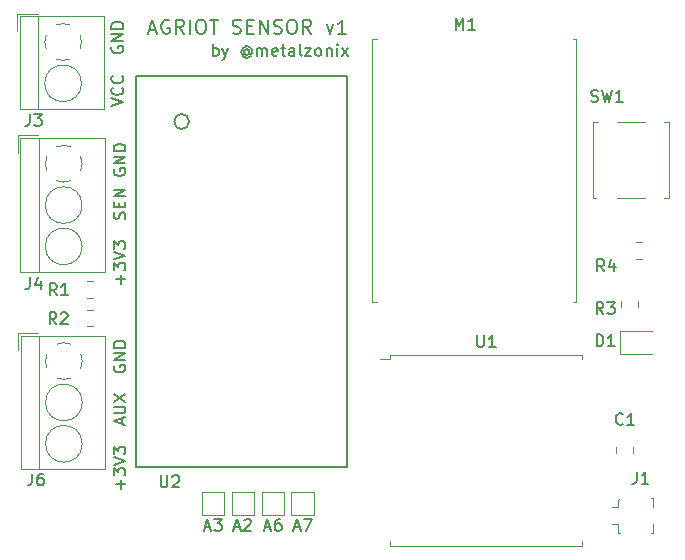
<source format=gto>
G04 #@! TF.GenerationSoftware,KiCad,Pcbnew,5.1.4-e60b266~84~ubuntu18.04.1*
G04 #@! TF.CreationDate,2019-11-10T18:42:59+01:00*
G04 #@! TF.ProjectId,LoRaModule,4c6f5261-4d6f-4647-956c-652e6b696361,rev?*
G04 #@! TF.SameCoordinates,Original*
G04 #@! TF.FileFunction,Legend,Top*
G04 #@! TF.FilePolarity,Positive*
%FSLAX46Y46*%
G04 Gerber Fmt 4.6, Leading zero omitted, Abs format (unit mm)*
G04 Created by KiCad (PCBNEW 5.1.4-e60b266~84~ubuntu18.04.1) date 2019-11-10 18:42:59*
%MOMM*%
%LPD*%
G04 APERTURE LIST*
%ADD10C,0.150000*%
%ADD11C,0.120000*%
%ADD12C,0.203200*%
G04 APERTURE END LIST*
D10*
X102600833Y-33472380D02*
X102600833Y-32472380D01*
X102600833Y-32853333D02*
X102696071Y-32805714D01*
X102886547Y-32805714D01*
X102981785Y-32853333D01*
X103029404Y-32900952D01*
X103077023Y-32996190D01*
X103077023Y-33281904D01*
X103029404Y-33377142D01*
X102981785Y-33424761D01*
X102886547Y-33472380D01*
X102696071Y-33472380D01*
X102600833Y-33424761D01*
X103410357Y-32805714D02*
X103648452Y-33472380D01*
X103886547Y-32805714D02*
X103648452Y-33472380D01*
X103553214Y-33710476D01*
X103505595Y-33758095D01*
X103410357Y-33805714D01*
X105648452Y-32996190D02*
X105600833Y-32948571D01*
X105505595Y-32900952D01*
X105410357Y-32900952D01*
X105315119Y-32948571D01*
X105267500Y-32996190D01*
X105219880Y-33091428D01*
X105219880Y-33186666D01*
X105267500Y-33281904D01*
X105315119Y-33329523D01*
X105410357Y-33377142D01*
X105505595Y-33377142D01*
X105600833Y-33329523D01*
X105648452Y-33281904D01*
X105648452Y-32900952D02*
X105648452Y-33281904D01*
X105696071Y-33329523D01*
X105743690Y-33329523D01*
X105838928Y-33281904D01*
X105886547Y-33186666D01*
X105886547Y-32948571D01*
X105791309Y-32805714D01*
X105648452Y-32710476D01*
X105457976Y-32662857D01*
X105267500Y-32710476D01*
X105124642Y-32805714D01*
X105029404Y-32948571D01*
X104981785Y-33139047D01*
X105029404Y-33329523D01*
X105124642Y-33472380D01*
X105267500Y-33567619D01*
X105457976Y-33615238D01*
X105648452Y-33567619D01*
X105791309Y-33472380D01*
X106315119Y-33472380D02*
X106315119Y-32805714D01*
X106315119Y-32900952D02*
X106362738Y-32853333D01*
X106457976Y-32805714D01*
X106600833Y-32805714D01*
X106696071Y-32853333D01*
X106743690Y-32948571D01*
X106743690Y-33472380D01*
X106743690Y-32948571D02*
X106791309Y-32853333D01*
X106886547Y-32805714D01*
X107029404Y-32805714D01*
X107124642Y-32853333D01*
X107172261Y-32948571D01*
X107172261Y-33472380D01*
X108029404Y-33424761D02*
X107934166Y-33472380D01*
X107743690Y-33472380D01*
X107648452Y-33424761D01*
X107600833Y-33329523D01*
X107600833Y-32948571D01*
X107648452Y-32853333D01*
X107743690Y-32805714D01*
X107934166Y-32805714D01*
X108029404Y-32853333D01*
X108077023Y-32948571D01*
X108077023Y-33043809D01*
X107600833Y-33139047D01*
X108362738Y-32805714D02*
X108743690Y-32805714D01*
X108505595Y-32472380D02*
X108505595Y-33329523D01*
X108553214Y-33424761D01*
X108648452Y-33472380D01*
X108743690Y-33472380D01*
X109505595Y-33472380D02*
X109505595Y-32948571D01*
X109457976Y-32853333D01*
X109362738Y-32805714D01*
X109172261Y-32805714D01*
X109077023Y-32853333D01*
X109505595Y-33424761D02*
X109410357Y-33472380D01*
X109172261Y-33472380D01*
X109077023Y-33424761D01*
X109029404Y-33329523D01*
X109029404Y-33234285D01*
X109077023Y-33139047D01*
X109172261Y-33091428D01*
X109410357Y-33091428D01*
X109505595Y-33043809D01*
X110124642Y-33472380D02*
X110029404Y-33424761D01*
X109981785Y-33329523D01*
X109981785Y-32472380D01*
X110410357Y-32805714D02*
X110934166Y-32805714D01*
X110410357Y-33472380D01*
X110934166Y-33472380D01*
X111457976Y-33472380D02*
X111362738Y-33424761D01*
X111315119Y-33377142D01*
X111267500Y-33281904D01*
X111267500Y-32996190D01*
X111315119Y-32900952D01*
X111362738Y-32853333D01*
X111457976Y-32805714D01*
X111600833Y-32805714D01*
X111696071Y-32853333D01*
X111743690Y-32900952D01*
X111791309Y-32996190D01*
X111791309Y-33281904D01*
X111743690Y-33377142D01*
X111696071Y-33424761D01*
X111600833Y-33472380D01*
X111457976Y-33472380D01*
X112219880Y-32805714D02*
X112219880Y-33472380D01*
X112219880Y-32900952D02*
X112267500Y-32853333D01*
X112362738Y-32805714D01*
X112505595Y-32805714D01*
X112600833Y-32853333D01*
X112648452Y-32948571D01*
X112648452Y-33472380D01*
X113124642Y-33472380D02*
X113124642Y-32805714D01*
X113124642Y-32472380D02*
X113077023Y-32520000D01*
X113124642Y-32567619D01*
X113172261Y-32520000D01*
X113124642Y-32472380D01*
X113124642Y-32567619D01*
X113505595Y-33472380D02*
X114029404Y-32805714D01*
X113505595Y-32805714D02*
X114029404Y-33472380D01*
X97194142Y-31251500D02*
X97765571Y-31251500D01*
X97079857Y-31594357D02*
X97479857Y-30394357D01*
X97879857Y-31594357D01*
X98908428Y-30451500D02*
X98794142Y-30394357D01*
X98622714Y-30394357D01*
X98451285Y-30451500D01*
X98337000Y-30565785D01*
X98279857Y-30680071D01*
X98222714Y-30908642D01*
X98222714Y-31080071D01*
X98279857Y-31308642D01*
X98337000Y-31422928D01*
X98451285Y-31537214D01*
X98622714Y-31594357D01*
X98737000Y-31594357D01*
X98908428Y-31537214D01*
X98965571Y-31480071D01*
X98965571Y-31080071D01*
X98737000Y-31080071D01*
X100165571Y-31594357D02*
X99765571Y-31022928D01*
X99479857Y-31594357D02*
X99479857Y-30394357D01*
X99937000Y-30394357D01*
X100051285Y-30451500D01*
X100108428Y-30508642D01*
X100165571Y-30622928D01*
X100165571Y-30794357D01*
X100108428Y-30908642D01*
X100051285Y-30965785D01*
X99937000Y-31022928D01*
X99479857Y-31022928D01*
X100679857Y-31594357D02*
X100679857Y-30394357D01*
X101479857Y-30394357D02*
X101708428Y-30394357D01*
X101822714Y-30451500D01*
X101937000Y-30565785D01*
X101994142Y-30794357D01*
X101994142Y-31194357D01*
X101937000Y-31422928D01*
X101822714Y-31537214D01*
X101708428Y-31594357D01*
X101479857Y-31594357D01*
X101365571Y-31537214D01*
X101251285Y-31422928D01*
X101194142Y-31194357D01*
X101194142Y-30794357D01*
X101251285Y-30565785D01*
X101365571Y-30451500D01*
X101479857Y-30394357D01*
X102337000Y-30394357D02*
X103022714Y-30394357D01*
X102679857Y-31594357D02*
X102679857Y-30394357D01*
X104279857Y-31537214D02*
X104451285Y-31594357D01*
X104737000Y-31594357D01*
X104851285Y-31537214D01*
X104908428Y-31480071D01*
X104965571Y-31365785D01*
X104965571Y-31251500D01*
X104908428Y-31137214D01*
X104851285Y-31080071D01*
X104737000Y-31022928D01*
X104508428Y-30965785D01*
X104394142Y-30908642D01*
X104337000Y-30851500D01*
X104279857Y-30737214D01*
X104279857Y-30622928D01*
X104337000Y-30508642D01*
X104394142Y-30451500D01*
X104508428Y-30394357D01*
X104794142Y-30394357D01*
X104965571Y-30451500D01*
X105479857Y-30965785D02*
X105879857Y-30965785D01*
X106051285Y-31594357D02*
X105479857Y-31594357D01*
X105479857Y-30394357D01*
X106051285Y-30394357D01*
X106565571Y-31594357D02*
X106565571Y-30394357D01*
X107251285Y-31594357D01*
X107251285Y-30394357D01*
X107765571Y-31537214D02*
X107937000Y-31594357D01*
X108222714Y-31594357D01*
X108337000Y-31537214D01*
X108394142Y-31480071D01*
X108451285Y-31365785D01*
X108451285Y-31251500D01*
X108394142Y-31137214D01*
X108337000Y-31080071D01*
X108222714Y-31022928D01*
X107994142Y-30965785D01*
X107879857Y-30908642D01*
X107822714Y-30851500D01*
X107765571Y-30737214D01*
X107765571Y-30622928D01*
X107822714Y-30508642D01*
X107879857Y-30451500D01*
X107994142Y-30394357D01*
X108279857Y-30394357D01*
X108451285Y-30451500D01*
X109194142Y-30394357D02*
X109422714Y-30394357D01*
X109537000Y-30451500D01*
X109651285Y-30565785D01*
X109708428Y-30794357D01*
X109708428Y-31194357D01*
X109651285Y-31422928D01*
X109537000Y-31537214D01*
X109422714Y-31594357D01*
X109194142Y-31594357D01*
X109079857Y-31537214D01*
X108965571Y-31422928D01*
X108908428Y-31194357D01*
X108908428Y-30794357D01*
X108965571Y-30565785D01*
X109079857Y-30451500D01*
X109194142Y-30394357D01*
X110908428Y-31594357D02*
X110508428Y-31022928D01*
X110222714Y-31594357D02*
X110222714Y-30394357D01*
X110679857Y-30394357D01*
X110794142Y-30451500D01*
X110851285Y-30508642D01*
X110908428Y-30622928D01*
X110908428Y-30794357D01*
X110851285Y-30908642D01*
X110794142Y-30965785D01*
X110679857Y-31022928D01*
X110222714Y-31022928D01*
X112222714Y-30794357D02*
X112508428Y-31594357D01*
X112794142Y-30794357D01*
X113879857Y-31594357D02*
X113194142Y-31594357D01*
X113537000Y-31594357D02*
X113537000Y-30394357D01*
X113422714Y-30565785D01*
X113308428Y-30680071D01*
X113194142Y-30737214D01*
X94813428Y-70119095D02*
X94813428Y-69357190D01*
X95194380Y-69738142D02*
X94432476Y-69738142D01*
X94194380Y-68976238D02*
X94194380Y-68357190D01*
X94575333Y-68690523D01*
X94575333Y-68547666D01*
X94622952Y-68452428D01*
X94670571Y-68404809D01*
X94765809Y-68357190D01*
X95003904Y-68357190D01*
X95099142Y-68404809D01*
X95146761Y-68452428D01*
X95194380Y-68547666D01*
X95194380Y-68833380D01*
X95146761Y-68928619D01*
X95099142Y-68976238D01*
X94194380Y-68071476D02*
X95194380Y-67738142D01*
X94194380Y-67404809D01*
X94194380Y-67166714D02*
X94194380Y-66547666D01*
X94575333Y-66881000D01*
X94575333Y-66738142D01*
X94622952Y-66642904D01*
X94670571Y-66595285D01*
X94765809Y-66547666D01*
X95003904Y-66547666D01*
X95099142Y-66595285D01*
X95146761Y-66642904D01*
X95194380Y-66738142D01*
X95194380Y-67023857D01*
X95146761Y-67119095D01*
X95099142Y-67166714D01*
X94908666Y-64642904D02*
X94908666Y-64166714D01*
X95194380Y-64738142D02*
X94194380Y-64404809D01*
X95194380Y-64071476D01*
X94194380Y-63738142D02*
X95003904Y-63738142D01*
X95099142Y-63690523D01*
X95146761Y-63642904D01*
X95194380Y-63547666D01*
X95194380Y-63357190D01*
X95146761Y-63261952D01*
X95099142Y-63214333D01*
X95003904Y-63166714D01*
X94194380Y-63166714D01*
X94194380Y-62785761D02*
X95194380Y-62119095D01*
X94194380Y-62119095D02*
X95194380Y-62785761D01*
X94242000Y-59690523D02*
X94194380Y-59785761D01*
X94194380Y-59928619D01*
X94242000Y-60071476D01*
X94337238Y-60166714D01*
X94432476Y-60214333D01*
X94622952Y-60261952D01*
X94765809Y-60261952D01*
X94956285Y-60214333D01*
X95051523Y-60166714D01*
X95146761Y-60071476D01*
X95194380Y-59928619D01*
X95194380Y-59833380D01*
X95146761Y-59690523D01*
X95099142Y-59642904D01*
X94765809Y-59642904D01*
X94765809Y-59833380D01*
X95194380Y-59214333D02*
X94194380Y-59214333D01*
X95194380Y-58642904D01*
X94194380Y-58642904D01*
X95194380Y-58166714D02*
X94194380Y-58166714D01*
X94194380Y-57928619D01*
X94242000Y-57785761D01*
X94337238Y-57690523D01*
X94432476Y-57642904D01*
X94622952Y-57595285D01*
X94765809Y-57595285D01*
X94956285Y-57642904D01*
X95051523Y-57690523D01*
X95146761Y-57785761D01*
X95194380Y-57928619D01*
X95194380Y-58166714D01*
X94813428Y-52743952D02*
X94813428Y-51982047D01*
X95194380Y-52363000D02*
X94432476Y-52363000D01*
X94194380Y-51601095D02*
X94194380Y-50982047D01*
X94575333Y-51315380D01*
X94575333Y-51172523D01*
X94622952Y-51077285D01*
X94670571Y-51029666D01*
X94765809Y-50982047D01*
X95003904Y-50982047D01*
X95099142Y-51029666D01*
X95146761Y-51077285D01*
X95194380Y-51172523D01*
X95194380Y-51458238D01*
X95146761Y-51553476D01*
X95099142Y-51601095D01*
X94194380Y-50696333D02*
X95194380Y-50363000D01*
X94194380Y-50029666D01*
X94194380Y-49791571D02*
X94194380Y-49172523D01*
X94575333Y-49505857D01*
X94575333Y-49363000D01*
X94622952Y-49267761D01*
X94670571Y-49220142D01*
X94765809Y-49172523D01*
X95003904Y-49172523D01*
X95099142Y-49220142D01*
X95146761Y-49267761D01*
X95194380Y-49363000D01*
X95194380Y-49648714D01*
X95146761Y-49743952D01*
X95099142Y-49791571D01*
X95146761Y-47267761D02*
X95194380Y-47124904D01*
X95194380Y-46886809D01*
X95146761Y-46791571D01*
X95099142Y-46743952D01*
X95003904Y-46696333D01*
X94908666Y-46696333D01*
X94813428Y-46743952D01*
X94765809Y-46791571D01*
X94718190Y-46886809D01*
X94670571Y-47077285D01*
X94622952Y-47172523D01*
X94575333Y-47220142D01*
X94480095Y-47267761D01*
X94384857Y-47267761D01*
X94289619Y-47220142D01*
X94242000Y-47172523D01*
X94194380Y-47077285D01*
X94194380Y-46839190D01*
X94242000Y-46696333D01*
X94670571Y-46267761D02*
X94670571Y-45934428D01*
X95194380Y-45791571D02*
X95194380Y-46267761D01*
X94194380Y-46267761D01*
X94194380Y-45791571D01*
X95194380Y-45363000D02*
X94194380Y-45363000D01*
X95194380Y-44791571D01*
X94194380Y-44791571D01*
X94242000Y-43029666D02*
X94194380Y-43124904D01*
X94194380Y-43267761D01*
X94242000Y-43410619D01*
X94337238Y-43505857D01*
X94432476Y-43553476D01*
X94622952Y-43601095D01*
X94765809Y-43601095D01*
X94956285Y-43553476D01*
X95051523Y-43505857D01*
X95146761Y-43410619D01*
X95194380Y-43267761D01*
X95194380Y-43172523D01*
X95146761Y-43029666D01*
X95099142Y-42982047D01*
X94765809Y-42982047D01*
X94765809Y-43172523D01*
X95194380Y-42553476D02*
X94194380Y-42553476D01*
X95194380Y-41982047D01*
X94194380Y-41982047D01*
X95194380Y-41505857D02*
X94194380Y-41505857D01*
X94194380Y-41267761D01*
X94242000Y-41124904D01*
X94337238Y-41029666D01*
X94432476Y-40982047D01*
X94622952Y-40934428D01*
X94765809Y-40934428D01*
X94956285Y-40982047D01*
X95051523Y-41029666D01*
X95146761Y-41124904D01*
X95194380Y-41267761D01*
X95194380Y-41505857D01*
X94003880Y-37718547D02*
X95003880Y-37385214D01*
X94003880Y-37051880D01*
X94908642Y-36147119D02*
X94956261Y-36194738D01*
X95003880Y-36337595D01*
X95003880Y-36432833D01*
X94956261Y-36575690D01*
X94861023Y-36670928D01*
X94765785Y-36718547D01*
X94575309Y-36766166D01*
X94432452Y-36766166D01*
X94241976Y-36718547D01*
X94146738Y-36670928D01*
X94051500Y-36575690D01*
X94003880Y-36432833D01*
X94003880Y-36337595D01*
X94051500Y-36194738D01*
X94099119Y-36147119D01*
X94908642Y-35147119D02*
X94956261Y-35194738D01*
X95003880Y-35337595D01*
X95003880Y-35432833D01*
X94956261Y-35575690D01*
X94861023Y-35670928D01*
X94765785Y-35718547D01*
X94575309Y-35766166D01*
X94432452Y-35766166D01*
X94241976Y-35718547D01*
X94146738Y-35670928D01*
X94051500Y-35575690D01*
X94003880Y-35432833D01*
X94003880Y-35337595D01*
X94051500Y-35194738D01*
X94099119Y-35147119D01*
X94051500Y-32670928D02*
X94003880Y-32766166D01*
X94003880Y-32909023D01*
X94051500Y-33051880D01*
X94146738Y-33147119D01*
X94241976Y-33194738D01*
X94432452Y-33242357D01*
X94575309Y-33242357D01*
X94765785Y-33194738D01*
X94861023Y-33147119D01*
X94956261Y-33051880D01*
X95003880Y-32909023D01*
X95003880Y-32813785D01*
X94956261Y-32670928D01*
X94908642Y-32623309D01*
X94575309Y-32623309D01*
X94575309Y-32813785D01*
X95003880Y-32194738D02*
X94003880Y-32194738D01*
X95003880Y-31623309D01*
X94003880Y-31623309D01*
X95003880Y-31147119D02*
X94003880Y-31147119D01*
X94003880Y-30909023D01*
X94051500Y-30766166D01*
X94146738Y-30670928D01*
X94241976Y-30623309D01*
X94432452Y-30575690D01*
X94575309Y-30575690D01*
X94765785Y-30623309D01*
X94861023Y-30670928D01*
X94956261Y-30766166D01*
X95003880Y-30909023D01*
X95003880Y-31147119D01*
D11*
X137062500Y-58681500D02*
X139747500Y-58681500D01*
X137062500Y-56761500D02*
X137062500Y-58681500D01*
X139747500Y-56761500D02*
X137062500Y-56761500D01*
X116078000Y-32029400D02*
X116078000Y-54329400D01*
X133350000Y-32030600D02*
X133350000Y-54330600D01*
X116078000Y-54330600D02*
X116484400Y-54331800D01*
X116078000Y-32029400D02*
X116484400Y-32029400D01*
X133350000Y-32030600D02*
X133045200Y-32030600D01*
X133350000Y-54330600D02*
X133045200Y-54330600D01*
X109235200Y-72324000D02*
X109235200Y-70424000D01*
X111135200Y-72324000D02*
X109235200Y-72324000D01*
X111135200Y-70424000D02*
X111135200Y-72324000D01*
X109235200Y-70424000D02*
X111135200Y-70424000D01*
X106720600Y-72324000D02*
X106720600Y-70424000D01*
X108620600Y-72324000D02*
X106720600Y-72324000D01*
X108620600Y-70424000D02*
X108620600Y-72324000D01*
X106720600Y-70424000D02*
X108620600Y-70424000D01*
X101640600Y-72324000D02*
X101640600Y-70424000D01*
X103540600Y-72324000D02*
X101640600Y-72324000D01*
X103540600Y-70424000D02*
X103540600Y-72324000D01*
X101640600Y-70424000D02*
X103540600Y-70424000D01*
X104180600Y-72324000D02*
X104180600Y-70424000D01*
X106080600Y-72324000D02*
X104180600Y-72324000D01*
X106080600Y-70424000D02*
X106080600Y-72324000D01*
X104180600Y-70424000D02*
X106080600Y-70424000D01*
X138568500Y-54741578D02*
X138568500Y-54224422D01*
X137148500Y-54741578D02*
X137148500Y-54224422D01*
X139172800Y-39081000D02*
X136772800Y-39081000D01*
X141182800Y-39081000D02*
X140772800Y-39081000D01*
X141182800Y-45501000D02*
X141182800Y-39081000D01*
X140772800Y-45501000D02*
X141182800Y-45501000D01*
X136772800Y-45501000D02*
X139172800Y-45501000D01*
X134762800Y-45501000D02*
X135042800Y-45501000D01*
X134762800Y-39081000D02*
X134762800Y-45501000D01*
X135172800Y-39081000D02*
X134762800Y-39081000D01*
X138942578Y-49201000D02*
X138425422Y-49201000D01*
X138942578Y-50621000D02*
X138425422Y-50621000D01*
X86079500Y-56901500D02*
X86079500Y-58401500D01*
X87819500Y-56901500D02*
X86079500Y-56901500D01*
X93439500Y-68461500D02*
X86319500Y-68461500D01*
X93439500Y-57141500D02*
X86319500Y-57141500D01*
X86319500Y-57141500D02*
X86319500Y-68461500D01*
X93439500Y-57141500D02*
X93439500Y-68461500D01*
X87879500Y-57141500D02*
X87879500Y-68461500D01*
X91534500Y-66301500D02*
G75*
G03X91534500Y-66301500I-1555000J0D01*
G01*
X91534500Y-62801500D02*
G75*
G03X91534500Y-62801500I-1555000J0D01*
G01*
X88424008Y-59328511D02*
G75*
G02X88547500Y-58693500I1555492J27011D01*
G01*
X89371758Y-57869391D02*
G75*
G02X90587500Y-57869500I607742J-1432109D01*
G01*
X91411609Y-58693758D02*
G75*
G02X91411500Y-59909500I-1432109J-607742D01*
G01*
X90587242Y-60733609D02*
G75*
G02X89371500Y-60733500I-607742J1432109D01*
G01*
X88548115Y-59909087D02*
G75*
G02X88424500Y-59301500I1431385J607587D01*
G01*
X91968822Y-56361400D02*
X92485978Y-56361400D01*
X91968822Y-54941400D02*
X92485978Y-54941400D01*
X91968822Y-53973800D02*
X92485978Y-53973800D01*
X91968822Y-52553800D02*
X92485978Y-52553800D01*
X86066800Y-40195800D02*
X86066800Y-41695800D01*
X87806800Y-40195800D02*
X86066800Y-40195800D01*
X93426800Y-51755800D02*
X86306800Y-51755800D01*
X93426800Y-40435800D02*
X86306800Y-40435800D01*
X86306800Y-40435800D02*
X86306800Y-51755800D01*
X93426800Y-40435800D02*
X93426800Y-51755800D01*
X87866800Y-40435800D02*
X87866800Y-51755800D01*
X91521800Y-49595800D02*
G75*
G03X91521800Y-49595800I-1555000J0D01*
G01*
X91521800Y-46095800D02*
G75*
G03X91521800Y-46095800I-1555000J0D01*
G01*
X88411308Y-42622811D02*
G75*
G02X88534800Y-41987800I1555492J27011D01*
G01*
X89359058Y-41163691D02*
G75*
G02X90574800Y-41163800I607742J-1432109D01*
G01*
X91398909Y-41988058D02*
G75*
G02X91398800Y-43203800I-1432109J-607742D01*
G01*
X90574542Y-44027909D02*
G75*
G02X89358800Y-44027800I-607742J1432109D01*
G01*
X88535415Y-43203387D02*
G75*
G02X88411800Y-42595800I1431385J607587D01*
G01*
X86016000Y-29883400D02*
X86016000Y-31383400D01*
X87756000Y-29883400D02*
X86016000Y-29883400D01*
X93376000Y-37943400D02*
X86256000Y-37943400D01*
X93376000Y-30123400D02*
X86256000Y-30123400D01*
X86256000Y-30123400D02*
X86256000Y-37943400D01*
X93376000Y-30123400D02*
X93376000Y-37943400D01*
X87816000Y-30123400D02*
X87816000Y-37943400D01*
X91471000Y-35783400D02*
G75*
G03X91471000Y-35783400I-1555000J0D01*
G01*
X88360508Y-32310411D02*
G75*
G02X88484000Y-31675400I1555492J27011D01*
G01*
X89308258Y-30851291D02*
G75*
G02X90524000Y-30851400I607742J-1432109D01*
G01*
X91348109Y-31675658D02*
G75*
G02X91348000Y-32891400I-1432109J-607742D01*
G01*
X90523742Y-33715509D02*
G75*
G02X89308000Y-33715400I-607742J1432109D01*
G01*
X88484615Y-32890987D02*
G75*
G02X88361000Y-32283400I1431385J607587D01*
G01*
D12*
X96078200Y-68267900D02*
X96078200Y-35171700D01*
X113985200Y-68267900D02*
X96078200Y-68267900D01*
X113985200Y-35171700D02*
X113985200Y-68267900D01*
X96078200Y-35171700D02*
X113985200Y-35171700D01*
X100586700Y-39019800D02*
G75*
G03X100586700Y-39019800I-635000J0D01*
G01*
D11*
X139866500Y-70890000D02*
X139866500Y-71690000D01*
X139666500Y-70890000D02*
X139866500Y-70890000D01*
X139866500Y-73890000D02*
X139666500Y-73890000D01*
X139866500Y-73090000D02*
X139866500Y-73890000D01*
X136866500Y-73890000D02*
X136866500Y-73090000D01*
X137066500Y-73890000D02*
X136866500Y-73890000D01*
X136866500Y-71090000D02*
X137066500Y-70890000D01*
X136866500Y-71690000D02*
X136866500Y-71090000D01*
X136866500Y-71690000D02*
X136366500Y-71690000D01*
X136866500Y-73090000D02*
X136366500Y-73090000D01*
X117630000Y-59102800D02*
X116730000Y-59102800D01*
X117630000Y-58752800D02*
X117630000Y-59102800D01*
X133830000Y-74952800D02*
X133830000Y-74552800D01*
X117630000Y-74952800D02*
X133830000Y-74952800D01*
X117630000Y-74552800D02*
X117630000Y-74952800D01*
X133830000Y-58752800D02*
X133830000Y-59152800D01*
X117630000Y-58752800D02*
X133830000Y-58752800D01*
X138149400Y-67111378D02*
X138149400Y-66594222D01*
X136729400Y-67111378D02*
X136729400Y-66594222D01*
D10*
X135088404Y-58046880D02*
X135088404Y-57046880D01*
X135326500Y-57046880D01*
X135469357Y-57094500D01*
X135564595Y-57189738D01*
X135612214Y-57284976D01*
X135659833Y-57475452D01*
X135659833Y-57618309D01*
X135612214Y-57808785D01*
X135564595Y-57904023D01*
X135469357Y-57999261D01*
X135326500Y-58046880D01*
X135088404Y-58046880D01*
X136612214Y-58046880D02*
X136040785Y-58046880D01*
X136326500Y-58046880D02*
X136326500Y-57046880D01*
X136231261Y-57189738D01*
X136136023Y-57284976D01*
X136040785Y-57332595D01*
X123142476Y-31249880D02*
X123142476Y-30249880D01*
X123475809Y-30964166D01*
X123809142Y-30249880D01*
X123809142Y-31249880D01*
X124809142Y-31249880D02*
X124237714Y-31249880D01*
X124523428Y-31249880D02*
X124523428Y-30249880D01*
X124428190Y-30392738D01*
X124332952Y-30487976D01*
X124237714Y-30535595D01*
X109470914Y-73382166D02*
X109947104Y-73382166D01*
X109375676Y-73667880D02*
X109709009Y-72667880D01*
X110042342Y-73667880D01*
X110280438Y-72667880D02*
X110947104Y-72667880D01*
X110518533Y-73667880D01*
X106981714Y-73382166D02*
X107457904Y-73382166D01*
X106886476Y-73667880D02*
X107219809Y-72667880D01*
X107553142Y-73667880D01*
X108315047Y-72667880D02*
X108124571Y-72667880D01*
X108029333Y-72715500D01*
X107981714Y-72763119D01*
X107886476Y-72905976D01*
X107838857Y-73096452D01*
X107838857Y-73477404D01*
X107886476Y-73572642D01*
X107934095Y-73620261D01*
X108029333Y-73667880D01*
X108219809Y-73667880D01*
X108315047Y-73620261D01*
X108362666Y-73572642D01*
X108410285Y-73477404D01*
X108410285Y-73239309D01*
X108362666Y-73144071D01*
X108315047Y-73096452D01*
X108219809Y-73048833D01*
X108029333Y-73048833D01*
X107934095Y-73096452D01*
X107886476Y-73144071D01*
X107838857Y-73239309D01*
X101901714Y-73382166D02*
X102377904Y-73382166D01*
X101806476Y-73667880D02*
X102139809Y-72667880D01*
X102473142Y-73667880D01*
X102711238Y-72667880D02*
X103330285Y-72667880D01*
X102996952Y-73048833D01*
X103139809Y-73048833D01*
X103235047Y-73096452D01*
X103282666Y-73144071D01*
X103330285Y-73239309D01*
X103330285Y-73477404D01*
X103282666Y-73572642D01*
X103235047Y-73620261D01*
X103139809Y-73667880D01*
X102854095Y-73667880D01*
X102758857Y-73620261D01*
X102711238Y-73572642D01*
X104378214Y-73382166D02*
X104854404Y-73382166D01*
X104282976Y-73667880D02*
X104616309Y-72667880D01*
X104949642Y-73667880D01*
X105235357Y-72763119D02*
X105282976Y-72715500D01*
X105378214Y-72667880D01*
X105616309Y-72667880D01*
X105711547Y-72715500D01*
X105759166Y-72763119D01*
X105806785Y-72858357D01*
X105806785Y-72953595D01*
X105759166Y-73096452D01*
X105187738Y-73667880D01*
X105806785Y-73667880D01*
X135659833Y-55316380D02*
X135326500Y-54840190D01*
X135088404Y-55316380D02*
X135088404Y-54316380D01*
X135469357Y-54316380D01*
X135564595Y-54364000D01*
X135612214Y-54411619D01*
X135659833Y-54506857D01*
X135659833Y-54649714D01*
X135612214Y-54744952D01*
X135564595Y-54792571D01*
X135469357Y-54840190D01*
X135088404Y-54840190D01*
X135993166Y-54316380D02*
X136612214Y-54316380D01*
X136278880Y-54697333D01*
X136421738Y-54697333D01*
X136516976Y-54744952D01*
X136564595Y-54792571D01*
X136612214Y-54887809D01*
X136612214Y-55125904D01*
X136564595Y-55221142D01*
X136516976Y-55268761D01*
X136421738Y-55316380D01*
X136136023Y-55316380D01*
X136040785Y-55268761D01*
X135993166Y-55221142D01*
X134620166Y-37298261D02*
X134763023Y-37345880D01*
X135001119Y-37345880D01*
X135096357Y-37298261D01*
X135143976Y-37250642D01*
X135191595Y-37155404D01*
X135191595Y-37060166D01*
X135143976Y-36964928D01*
X135096357Y-36917309D01*
X135001119Y-36869690D01*
X134810642Y-36822071D01*
X134715404Y-36774452D01*
X134667785Y-36726833D01*
X134620166Y-36631595D01*
X134620166Y-36536357D01*
X134667785Y-36441119D01*
X134715404Y-36393500D01*
X134810642Y-36345880D01*
X135048738Y-36345880D01*
X135191595Y-36393500D01*
X135524928Y-36345880D02*
X135763023Y-37345880D01*
X135953500Y-36631595D01*
X136143976Y-37345880D01*
X136382071Y-36345880D01*
X137286833Y-37345880D02*
X136715404Y-37345880D01*
X137001119Y-37345880D02*
X137001119Y-36345880D01*
X136905880Y-36488738D01*
X136810642Y-36583976D01*
X136715404Y-36631595D01*
X135723333Y-51696880D02*
X135390000Y-51220690D01*
X135151904Y-51696880D02*
X135151904Y-50696880D01*
X135532857Y-50696880D01*
X135628095Y-50744500D01*
X135675714Y-50792119D01*
X135723333Y-50887357D01*
X135723333Y-51030214D01*
X135675714Y-51125452D01*
X135628095Y-51173071D01*
X135532857Y-51220690D01*
X135151904Y-51220690D01*
X136580476Y-51030214D02*
X136580476Y-51696880D01*
X136342380Y-50649261D02*
X136104285Y-51363547D01*
X136723333Y-51363547D01*
X87283966Y-68824980D02*
X87283966Y-69539266D01*
X87236347Y-69682123D01*
X87141109Y-69777361D01*
X86998252Y-69824980D01*
X86903014Y-69824980D01*
X88188728Y-68824980D02*
X87998252Y-68824980D01*
X87903014Y-68872600D01*
X87855395Y-68920219D01*
X87760157Y-69063076D01*
X87712538Y-69253552D01*
X87712538Y-69634504D01*
X87760157Y-69729742D01*
X87807776Y-69777361D01*
X87903014Y-69824980D01*
X88093490Y-69824980D01*
X88188728Y-69777361D01*
X88236347Y-69729742D01*
X88283966Y-69634504D01*
X88283966Y-69396409D01*
X88236347Y-69301171D01*
X88188728Y-69253552D01*
X88093490Y-69205933D01*
X87903014Y-69205933D01*
X87807776Y-69253552D01*
X87760157Y-69301171D01*
X87712538Y-69396409D01*
X89342933Y-56179980D02*
X89009600Y-55703790D01*
X88771504Y-56179980D02*
X88771504Y-55179980D01*
X89152457Y-55179980D01*
X89247695Y-55227600D01*
X89295314Y-55275219D01*
X89342933Y-55370457D01*
X89342933Y-55513314D01*
X89295314Y-55608552D01*
X89247695Y-55656171D01*
X89152457Y-55703790D01*
X88771504Y-55703790D01*
X89723885Y-55275219D02*
X89771504Y-55227600D01*
X89866742Y-55179980D01*
X90104838Y-55179980D01*
X90200076Y-55227600D01*
X90247695Y-55275219D01*
X90295314Y-55370457D01*
X90295314Y-55465695D01*
X90247695Y-55608552D01*
X89676266Y-56179980D01*
X90295314Y-56179980D01*
X89368333Y-53728880D02*
X89035000Y-53252690D01*
X88796904Y-53728880D02*
X88796904Y-52728880D01*
X89177857Y-52728880D01*
X89273095Y-52776500D01*
X89320714Y-52824119D01*
X89368333Y-52919357D01*
X89368333Y-53062214D01*
X89320714Y-53157452D01*
X89273095Y-53205071D01*
X89177857Y-53252690D01*
X88796904Y-53252690D01*
X90320714Y-53728880D02*
X89749285Y-53728880D01*
X90035000Y-53728880D02*
X90035000Y-52728880D01*
X89939761Y-52871738D01*
X89844523Y-52966976D01*
X89749285Y-53014595D01*
X87106166Y-52220880D02*
X87106166Y-52935166D01*
X87058547Y-53078023D01*
X86963309Y-53173261D01*
X86820452Y-53220880D01*
X86725214Y-53220880D01*
X88010928Y-52554214D02*
X88010928Y-53220880D01*
X87772833Y-52173261D02*
X87534738Y-52887547D01*
X88153785Y-52887547D01*
X87106166Y-38377880D02*
X87106166Y-39092166D01*
X87058547Y-39235023D01*
X86963309Y-39330261D01*
X86820452Y-39377880D01*
X86725214Y-39377880D01*
X87487119Y-38377880D02*
X88106166Y-38377880D01*
X87772833Y-38758833D01*
X87915690Y-38758833D01*
X88010928Y-38806452D01*
X88058547Y-38854071D01*
X88106166Y-38949309D01*
X88106166Y-39187404D01*
X88058547Y-39282642D01*
X88010928Y-39330261D01*
X87915690Y-39377880D01*
X87629976Y-39377880D01*
X87534738Y-39330261D01*
X87487119Y-39282642D01*
X98171095Y-68984880D02*
X98171095Y-69794404D01*
X98218714Y-69889642D01*
X98266333Y-69937261D01*
X98361571Y-69984880D01*
X98552047Y-69984880D01*
X98647285Y-69937261D01*
X98694904Y-69889642D01*
X98742523Y-69794404D01*
X98742523Y-68984880D01*
X99171095Y-69080119D02*
X99218714Y-69032500D01*
X99313952Y-68984880D01*
X99552047Y-68984880D01*
X99647285Y-69032500D01*
X99694904Y-69080119D01*
X99742523Y-69175357D01*
X99742523Y-69270595D01*
X99694904Y-69413452D01*
X99123476Y-69984880D01*
X99742523Y-69984880D01*
X138477666Y-68667380D02*
X138477666Y-69381666D01*
X138430047Y-69524523D01*
X138334809Y-69619761D01*
X138191952Y-69667380D01*
X138096714Y-69667380D01*
X139477666Y-69667380D02*
X138906238Y-69667380D01*
X139191952Y-69667380D02*
X139191952Y-68667380D01*
X139096714Y-68810238D01*
X139001476Y-68905476D01*
X138906238Y-68953095D01*
X124968095Y-57105180D02*
X124968095Y-57914704D01*
X125015714Y-58009942D01*
X125063333Y-58057561D01*
X125158571Y-58105180D01*
X125349047Y-58105180D01*
X125444285Y-58057561D01*
X125491904Y-58009942D01*
X125539523Y-57914704D01*
X125539523Y-57105180D01*
X126539523Y-58105180D02*
X125968095Y-58105180D01*
X126253809Y-58105180D02*
X126253809Y-57105180D01*
X126158571Y-57248038D01*
X126063333Y-57343276D01*
X125968095Y-57390895D01*
X137310833Y-64619142D02*
X137263214Y-64666761D01*
X137120357Y-64714380D01*
X137025119Y-64714380D01*
X136882261Y-64666761D01*
X136787023Y-64571523D01*
X136739404Y-64476285D01*
X136691785Y-64285809D01*
X136691785Y-64142952D01*
X136739404Y-63952476D01*
X136787023Y-63857238D01*
X136882261Y-63762000D01*
X137025119Y-63714380D01*
X137120357Y-63714380D01*
X137263214Y-63762000D01*
X137310833Y-63809619D01*
X138263214Y-64714380D02*
X137691785Y-64714380D01*
X137977500Y-64714380D02*
X137977500Y-63714380D01*
X137882261Y-63857238D01*
X137787023Y-63952476D01*
X137691785Y-64000095D01*
M02*

</source>
